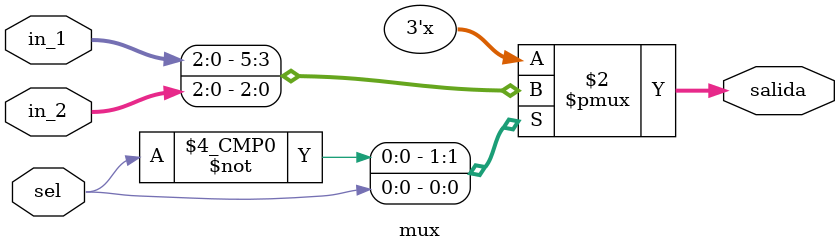
<source format=sv>
module mux #(parameter ancho=3)(
input  logic sel,
input  logic [ancho-1:0] in_1,
input  logic [ancho-1:0] in_2,
output logic [ancho-1:0] salida
);

always @* begin
    case (sel)
        1'b0 : salida=in_1;
        1'b1 : salida=in_2;
        default: salida=in_1;
    endcase
end
endmodule
</source>
